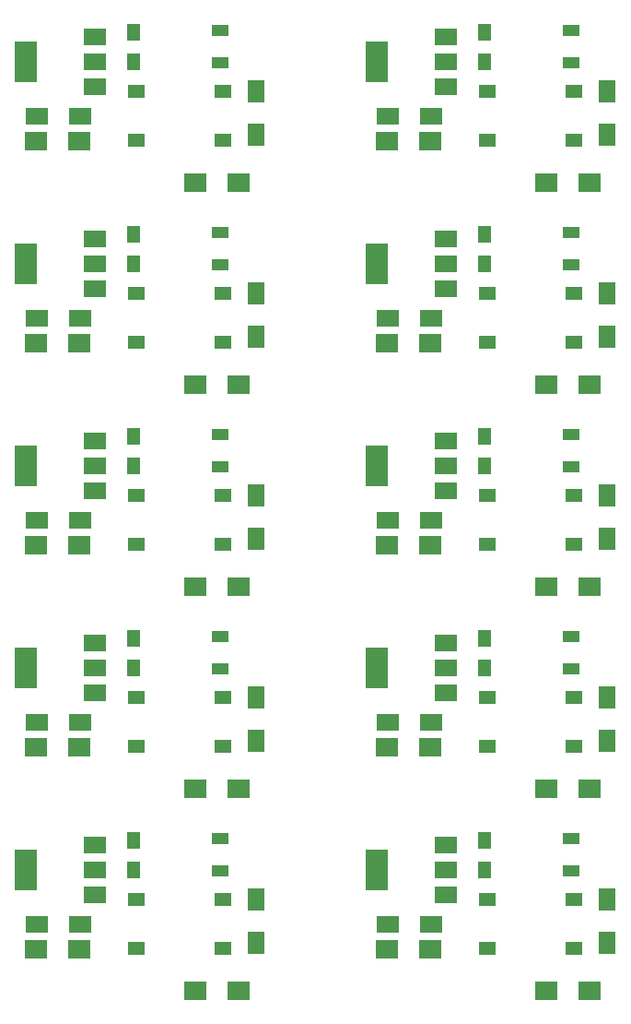
<source format=gbr>
G04 #@! TF.GenerationSoftware,KiCad,Pcbnew,5.1.6-c6e7f7d~86~ubuntu19.10.1*
G04 #@! TF.CreationDate,2021-03-24T15:38:50+01:00*
G04 #@! TF.ProjectId,Switch3V,53776974-6368-4335-962e-6b696361645f,rev?*
G04 #@! TF.SameCoordinates,Original*
G04 #@! TF.FileFunction,Paste,Top*
G04 #@! TF.FilePolarity,Positive*
%FSLAX46Y46*%
G04 Gerber Fmt 4.6, Leading zero omitted, Abs format (unit mm)*
G04 Created by KiCad (PCBNEW 5.1.6-c6e7f7d~86~ubuntu19.10.1) date 2021-03-24 15:38:50*
%MOMM*%
%LPD*%
G01*
G04 APERTURE LIST*
%ADD10R,2.000000X3.800000*%
%ADD11R,2.000000X1.500000*%
%ADD12R,1.550000X1.300000*%
%ADD13R,1.600000X2.000000*%
%ADD14R,2.000000X1.700000*%
%ADD15R,2.000000X1.600000*%
%ADD16R,1.300000X1.500000*%
%ADD17R,1.600000X1.000000*%
G04 APERTURE END LIST*
D10*
X205892000Y-123063000D03*
D11*
X212192000Y-123063000D03*
X212192000Y-120763000D03*
X212192000Y-125363000D03*
D12*
X224028000Y-130266000D03*
X216078000Y-130266000D03*
X224028000Y-125766000D03*
X216078000Y-125766000D03*
X248336000Y-125766000D03*
X256286000Y-125766000D03*
X248336000Y-130266000D03*
X256286000Y-130266000D03*
D13*
X227076000Y-125762000D03*
X227076000Y-129762000D03*
D14*
X206820000Y-130302000D03*
X210820000Y-130302000D03*
D15*
X210915000Y-128016000D03*
X206915000Y-128016000D03*
X239173000Y-128016000D03*
X243173000Y-128016000D03*
D14*
X243078000Y-130302000D03*
X239078000Y-130302000D03*
X253683000Y-134112000D03*
X257683000Y-134112000D03*
X225425000Y-134112000D03*
X221425000Y-134112000D03*
D16*
X248031000Y-123048000D03*
X248031000Y-120348000D03*
D17*
X256032000Y-123166000D03*
X256032000Y-120166000D03*
D13*
X259334000Y-129762000D03*
X259334000Y-125762000D03*
D11*
X244450000Y-125363000D03*
X244450000Y-120763000D03*
X244450000Y-123063000D03*
D10*
X238150000Y-123063000D03*
D17*
X223774000Y-120166000D03*
X223774000Y-123166000D03*
D16*
X215773000Y-120348000D03*
X215773000Y-123048000D03*
X215773000Y-104506000D03*
X215773000Y-101806000D03*
D17*
X256032000Y-101624000D03*
X256032000Y-104624000D03*
D14*
X239078000Y-111760000D03*
X243078000Y-111760000D03*
D10*
X205892000Y-85979000D03*
D11*
X212192000Y-85979000D03*
X212192000Y-83679000D03*
X212192000Y-88279000D03*
D15*
X206915000Y-109474000D03*
X210915000Y-109474000D03*
D12*
X224028000Y-93182000D03*
X216078000Y-93182000D03*
X224028000Y-88682000D03*
X216078000Y-88682000D03*
X248336000Y-88682000D03*
X256286000Y-88682000D03*
X248336000Y-93182000D03*
X256286000Y-93182000D03*
D14*
X257683000Y-115570000D03*
X253683000Y-115570000D03*
D13*
X227076000Y-88678000D03*
X227076000Y-92678000D03*
D14*
X206820000Y-93218000D03*
X210820000Y-93218000D03*
D11*
X212192000Y-106821000D03*
X212192000Y-102221000D03*
X212192000Y-104521000D03*
D10*
X205892000Y-104521000D03*
D17*
X223774000Y-104624000D03*
X223774000Y-101624000D03*
D16*
X248031000Y-101806000D03*
X248031000Y-104506000D03*
D15*
X210915000Y-90932000D03*
X206915000Y-90932000D03*
X239173000Y-90932000D03*
X243173000Y-90932000D03*
D14*
X243078000Y-93218000D03*
X239078000Y-93218000D03*
D15*
X243173000Y-109474000D03*
X239173000Y-109474000D03*
D14*
X253683000Y-97028000D03*
X257683000Y-97028000D03*
D12*
X256286000Y-111724000D03*
X248336000Y-111724000D03*
X256286000Y-107224000D03*
X248336000Y-107224000D03*
D13*
X259334000Y-107220000D03*
X259334000Y-111220000D03*
D14*
X225425000Y-97028000D03*
X221425000Y-97028000D03*
D12*
X216078000Y-107224000D03*
X224028000Y-107224000D03*
X216078000Y-111724000D03*
X224028000Y-111724000D03*
D16*
X248031000Y-85964000D03*
X248031000Y-83264000D03*
D17*
X256032000Y-86082000D03*
X256032000Y-83082000D03*
D13*
X259334000Y-92678000D03*
X259334000Y-88678000D03*
D11*
X244450000Y-88279000D03*
X244450000Y-83679000D03*
X244450000Y-85979000D03*
D10*
X238150000Y-85979000D03*
D17*
X223774000Y-83082000D03*
X223774000Y-86082000D03*
D14*
X210820000Y-111760000D03*
X206820000Y-111760000D03*
D13*
X227076000Y-111220000D03*
X227076000Y-107220000D03*
D14*
X221425000Y-115570000D03*
X225425000Y-115570000D03*
D10*
X238150000Y-104521000D03*
D11*
X244450000Y-104521000D03*
X244450000Y-102221000D03*
X244450000Y-106821000D03*
D16*
X215773000Y-83264000D03*
X215773000Y-85964000D03*
D10*
X205892000Y-67437000D03*
D11*
X212192000Y-67437000D03*
X212192000Y-65137000D03*
X212192000Y-69737000D03*
D12*
X224028000Y-74640000D03*
X216078000Y-74640000D03*
X224028000Y-70140000D03*
X216078000Y-70140000D03*
X248336000Y-70140000D03*
X256286000Y-70140000D03*
X248336000Y-74640000D03*
X256286000Y-74640000D03*
D13*
X227076000Y-70136000D03*
X227076000Y-74136000D03*
D14*
X206820000Y-74676000D03*
X210820000Y-74676000D03*
D15*
X210915000Y-72390000D03*
X206915000Y-72390000D03*
X239173000Y-72390000D03*
X243173000Y-72390000D03*
D14*
X243078000Y-74676000D03*
X239078000Y-74676000D03*
X253683000Y-78486000D03*
X257683000Y-78486000D03*
X225425000Y-78486000D03*
X221425000Y-78486000D03*
D16*
X248031000Y-67422000D03*
X248031000Y-64722000D03*
D17*
X256032000Y-67540000D03*
X256032000Y-64540000D03*
D13*
X259334000Y-74136000D03*
X259334000Y-70136000D03*
D11*
X244450000Y-69737000D03*
X244450000Y-65137000D03*
X244450000Y-67437000D03*
D10*
X238150000Y-67437000D03*
D17*
X223774000Y-64540000D03*
X223774000Y-67540000D03*
D16*
X215773000Y-64722000D03*
X215773000Y-67422000D03*
D12*
X216078000Y-51598000D03*
X224028000Y-51598000D03*
X216078000Y-56098000D03*
X224028000Y-56098000D03*
D15*
X206915000Y-53848000D03*
X210915000Y-53848000D03*
D14*
X210820000Y-56134000D03*
X206820000Y-56134000D03*
X221425000Y-59944000D03*
X225425000Y-59944000D03*
D16*
X215773000Y-48880000D03*
X215773000Y-46180000D03*
D17*
X223774000Y-48998000D03*
X223774000Y-45998000D03*
D13*
X227076000Y-55594000D03*
X227076000Y-51594000D03*
D11*
X212192000Y-51195000D03*
X212192000Y-46595000D03*
X212192000Y-48895000D03*
D10*
X205892000Y-48895000D03*
D16*
X248031000Y-46180000D03*
X248031000Y-48880000D03*
D12*
X256286000Y-56098000D03*
X248336000Y-56098000D03*
X256286000Y-51598000D03*
X248336000Y-51598000D03*
D15*
X243173000Y-53848000D03*
X239173000Y-53848000D03*
D13*
X259334000Y-51594000D03*
X259334000Y-55594000D03*
D17*
X256032000Y-45998000D03*
X256032000Y-48998000D03*
D14*
X239078000Y-56134000D03*
X243078000Y-56134000D03*
X257683000Y-59944000D03*
X253683000Y-59944000D03*
D10*
X238150000Y-48895000D03*
D11*
X244450000Y-48895000D03*
X244450000Y-46595000D03*
X244450000Y-51195000D03*
M02*

</source>
